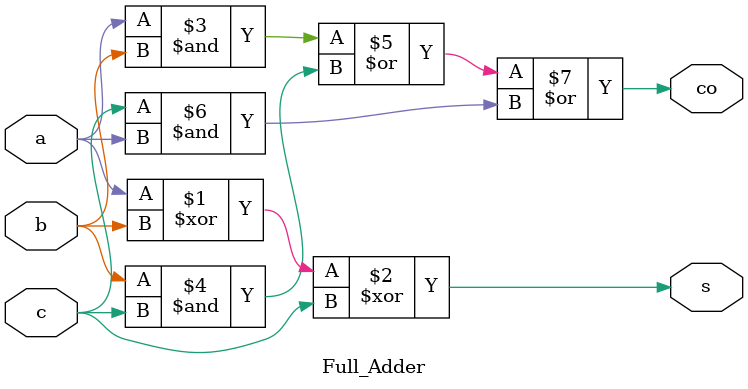
<source format=sv>
`timescale 1ns / 1ps
module Full_Adder(s, co, a, b, c);

       input a,b,c;   //  a,b input and carry in
       output s,co;   //  sum, carry out outputs
       
       assign s = a ^ b ^ c;
       assign co = (a & b) | (b & c) | (c & a);
endmodule
//-----------------------------------------//
//---Full Adder, behavioral description----//
</source>
